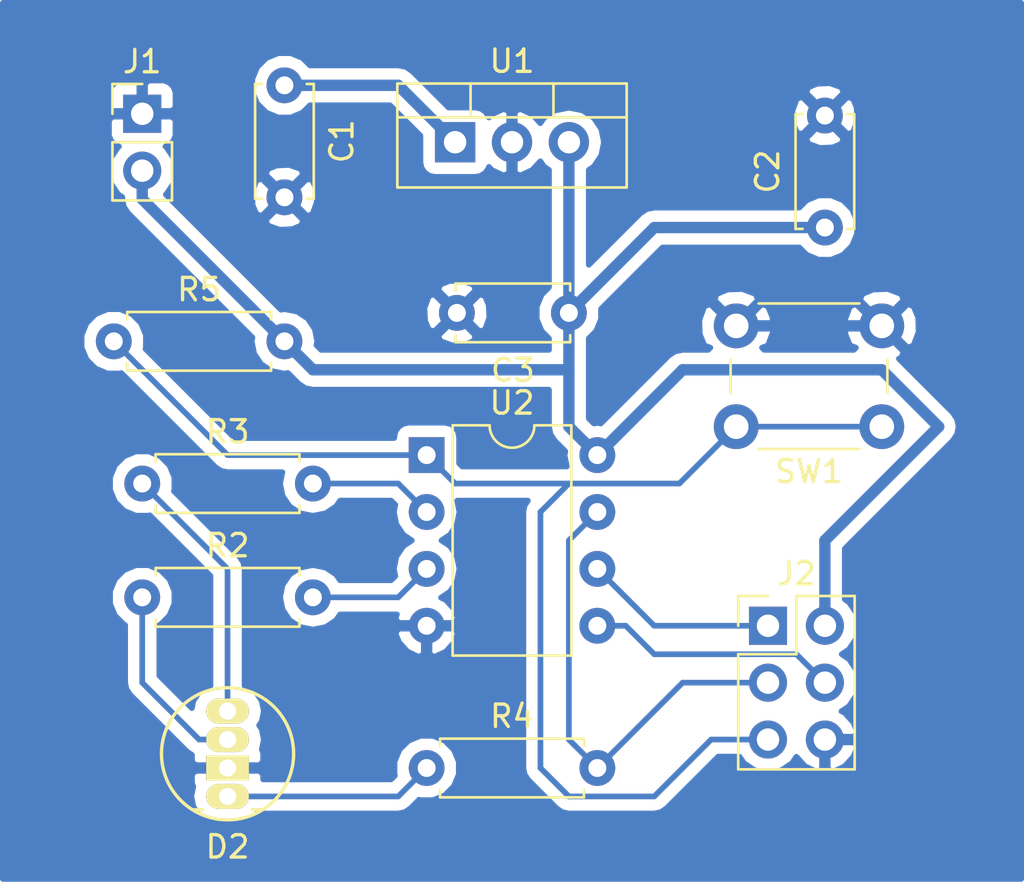
<source format=kicad_pcb>
(kicad_pcb (version 4) (host pcbnew 4.0.7)

  (general
    (links 29)
    (no_connects 0)
    (area 158.75 93.98 204.470001 133.350001)
    (thickness 1.6)
    (drawings 0)
    (tracks 53)
    (zones 0)
    (modules 13)
    (nets 13)
  )

  (page A4)
  (layers
    (0 F.Cu signal)
    (31 B.Cu signal)
    (33 F.Adhes user)
    (35 F.Paste user)
    (37 F.SilkS user)
    (39 F.Mask user)
    (40 Dwgs.User user)
    (41 Cmts.User user)
    (42 Eco1.User user)
    (43 Eco2.User user)
    (44 Edge.Cuts user)
    (45 Margin user)
    (47 F.CrtYd user)
    (49 F.Fab user)
  )

  (setup
    (last_trace_width 0.25)
    (trace_clearance 0.2)
    (zone_clearance 0.508)
    (zone_45_only no)
    (trace_min 0.2)
    (segment_width 0.2)
    (edge_width 0.15)
    (via_size 0.6)
    (via_drill 0.4)
    (via_min_size 0.4)
    (via_min_drill 0.3)
    (uvia_size 0.3)
    (uvia_drill 0.1)
    (uvias_allowed no)
    (uvia_min_size 0.2)
    (uvia_min_drill 0.1)
    (pcb_text_width 0.3)
    (pcb_text_size 1.5 1.5)
    (mod_edge_width 0.15)
    (mod_text_size 1 1)
    (mod_text_width 0.15)
    (pad_size 1.524 1.524)
    (pad_drill 0.762)
    (pad_to_mask_clearance 0.2)
    (aux_axis_origin 0 0)
    (visible_elements 7FFFFFFF)
    (pcbplotparams
      (layerselection 0x00020_80000001)
      (usegerberextensions false)
      (excludeedgelayer true)
      (linewidth 0.100000)
      (plotframeref false)
      (viasonmask false)
      (mode 1)
      (useauxorigin false)
      (hpglpennumber 1)
      (hpglpenspeed 20)
      (hpglpendiameter 15)
      (hpglpenoverlay 2)
      (psnegative false)
      (psa4output false)
      (plotreference true)
      (plotvalue true)
      (plotinvisibletext false)
      (padsonsilk false)
      (subtractmaskfromsilk false)
      (outputformat 1)
      (mirror false)
      (drillshape 0)
      (scaleselection 1)
      (outputdirectory placaPCB1))
  )

  (net 0 "")
  (net 1 VCC)
  (net 2 GND)
  (net 3 +5V)
  (net 4 "Net-(D2-Pad1)")
  (net 5 "Net-(D2-Pad3)")
  (net 6 "Net-(D2-Pad4)")
  (net 7 /MISO)
  (net 8 /SCK)
  (net 9 /MOSI)
  (net 10 /RST)
  (net 11 "Net-(R2-Pad2)")
  (net 12 "Net-(R3-Pad2)")

  (net_class Default "Esta é a classe de net default."
    (clearance 0.2)
    (trace_width 0.25)
    (via_dia 0.6)
    (via_drill 0.4)
    (uvia_dia 0.3)
    (uvia_drill 0.1)
  )

  (net_class Power ""
    (clearance 0.254)
    (trace_width 0.508)
    (via_dia 0.6)
    (via_drill 0.4)
    (uvia_dia 0.3)
    (uvia_drill 0.1)
    (add_net +5V)
    (add_net GND)
    (add_net VCC)
  )

  (net_class Signal ""
    (clearance 0.254)
    (trace_width 0.254)
    (via_dia 0.6)
    (via_drill 0.4)
    (uvia_dia 0.3)
    (uvia_drill 0.1)
    (add_net /MISO)
    (add_net /MOSI)
    (add_net /RST)
    (add_net /SCK)
    (add_net "Net-(D2-Pad1)")
    (add_net "Net-(D2-Pad3)")
    (add_net "Net-(D2-Pad4)")
    (add_net "Net-(R2-Pad2)")
    (add_net "Net-(R3-Pad2)")
  )

  (module Capacitors_THT:C_Disc_D5.0mm_W2.5mm_P5.00mm (layer F.Cu) (tedit 597BC7C2) (tstamp 5A02195E)
    (at 171.45 97.79 270)
    (descr "C, Disc series, Radial, pin pitch=5.00mm, , diameter*width=5*2.5mm^2, Capacitor, http://cdn-reichelt.de/documents/datenblatt/B300/DS_KERKO_TC.pdf")
    (tags "C Disc series Radial pin pitch 5.00mm  diameter 5mm width 2.5mm Capacitor")
    (path /5A02104C)
    (fp_text reference C1 (at 2.5 -2.56 270) (layer F.SilkS)
      (effects (font (size 1 1) (thickness 0.15)))
    )
    (fp_text value 330nF (at 2.5 2.56 270) (layer F.Fab)
      (effects (font (size 1 1) (thickness 0.15)))
    )
    (fp_line (start 0 -1.25) (end 0 1.25) (layer F.Fab) (width 0.1))
    (fp_line (start 0 1.25) (end 5 1.25) (layer F.Fab) (width 0.1))
    (fp_line (start 5 1.25) (end 5 -1.25) (layer F.Fab) (width 0.1))
    (fp_line (start 5 -1.25) (end 0 -1.25) (layer F.Fab) (width 0.1))
    (fp_line (start -0.06 -1.31) (end 5.06 -1.31) (layer F.SilkS) (width 0.12))
    (fp_line (start -0.06 1.31) (end 5.06 1.31) (layer F.SilkS) (width 0.12))
    (fp_line (start -0.06 -1.31) (end -0.06 -0.996) (layer F.SilkS) (width 0.12))
    (fp_line (start -0.06 0.996) (end -0.06 1.31) (layer F.SilkS) (width 0.12))
    (fp_line (start 5.06 -1.31) (end 5.06 -0.996) (layer F.SilkS) (width 0.12))
    (fp_line (start 5.06 0.996) (end 5.06 1.31) (layer F.SilkS) (width 0.12))
    (fp_line (start -1.05 -1.6) (end -1.05 1.6) (layer F.CrtYd) (width 0.05))
    (fp_line (start -1.05 1.6) (end 6.05 1.6) (layer F.CrtYd) (width 0.05))
    (fp_line (start 6.05 1.6) (end 6.05 -1.6) (layer F.CrtYd) (width 0.05))
    (fp_line (start 6.05 -1.6) (end -1.05 -1.6) (layer F.CrtYd) (width 0.05))
    (fp_text user %R (at 2.5 0 270) (layer F.Fab)
      (effects (font (size 1 1) (thickness 0.15)))
    )
    (pad 1 thru_hole circle (at 0 0 270) (size 1.6 1.6) (drill 0.8) (layers *.Cu *.Mask)
      (net 1 VCC))
    (pad 2 thru_hole circle (at 5 0 270) (size 1.6 1.6) (drill 0.8) (layers *.Cu *.Mask)
      (net 2 GND))
    (model ${KISYS3DMOD}/Capacitors_THT.3dshapes/C_Disc_D5.0mm_W2.5mm_P5.00mm.wrl
      (at (xyz 0 0 0))
      (scale (xyz 1 1 1))
      (rotate (xyz 0 0 0))
    )
  )

  (module Capacitors_THT:C_Disc_D5.0mm_W2.5mm_P5.00mm (layer F.Cu) (tedit 597BC7C2) (tstamp 5A021964)
    (at 195.58 104.14 90)
    (descr "C, Disc series, Radial, pin pitch=5.00mm, , diameter*width=5*2.5mm^2, Capacitor, http://cdn-reichelt.de/documents/datenblatt/B300/DS_KERKO_TC.pdf")
    (tags "C Disc series Radial pin pitch 5.00mm  diameter 5mm width 2.5mm Capacitor")
    (path /5A0211FF)
    (fp_text reference C2 (at 2.5 -2.56 90) (layer F.SilkS)
      (effects (font (size 1 1) (thickness 0.15)))
    )
    (fp_text value 100nF (at 2.5 2.56 90) (layer F.Fab)
      (effects (font (size 1 1) (thickness 0.15)))
    )
    (fp_line (start 0 -1.25) (end 0 1.25) (layer F.Fab) (width 0.1))
    (fp_line (start 0 1.25) (end 5 1.25) (layer F.Fab) (width 0.1))
    (fp_line (start 5 1.25) (end 5 -1.25) (layer F.Fab) (width 0.1))
    (fp_line (start 5 -1.25) (end 0 -1.25) (layer F.Fab) (width 0.1))
    (fp_line (start -0.06 -1.31) (end 5.06 -1.31) (layer F.SilkS) (width 0.12))
    (fp_line (start -0.06 1.31) (end 5.06 1.31) (layer F.SilkS) (width 0.12))
    (fp_line (start -0.06 -1.31) (end -0.06 -0.996) (layer F.SilkS) (width 0.12))
    (fp_line (start -0.06 0.996) (end -0.06 1.31) (layer F.SilkS) (width 0.12))
    (fp_line (start 5.06 -1.31) (end 5.06 -0.996) (layer F.SilkS) (width 0.12))
    (fp_line (start 5.06 0.996) (end 5.06 1.31) (layer F.SilkS) (width 0.12))
    (fp_line (start -1.05 -1.6) (end -1.05 1.6) (layer F.CrtYd) (width 0.05))
    (fp_line (start -1.05 1.6) (end 6.05 1.6) (layer F.CrtYd) (width 0.05))
    (fp_line (start 6.05 1.6) (end 6.05 -1.6) (layer F.CrtYd) (width 0.05))
    (fp_line (start 6.05 -1.6) (end -1.05 -1.6) (layer F.CrtYd) (width 0.05))
    (fp_text user %R (at 2.5 0 90) (layer F.Fab)
      (effects (font (size 1 1) (thickness 0.15)))
    )
    (pad 1 thru_hole circle (at 0 0 90) (size 1.6 1.6) (drill 0.8) (layers *.Cu *.Mask)
      (net 3 +5V))
    (pad 2 thru_hole circle (at 5 0 90) (size 1.6 1.6) (drill 0.8) (layers *.Cu *.Mask)
      (net 2 GND))
    (model ${KISYS3DMOD}/Capacitors_THT.3dshapes/C_Disc_D5.0mm_W2.5mm_P5.00mm.wrl
      (at (xyz 0 0 0))
      (scale (xyz 1 1 1))
      (rotate (xyz 0 0 0))
    )
  )

  (module Capacitors_THT:C_Disc_D5.0mm_W2.5mm_P5.00mm (layer F.Cu) (tedit 597BC7C2) (tstamp 5A02196A)
    (at 184.15 107.95 180)
    (descr "C, Disc series, Radial, pin pitch=5.00mm, , diameter*width=5*2.5mm^2, Capacitor, http://cdn-reichelt.de/documents/datenblatt/B300/DS_KERKO_TC.pdf")
    (tags "C Disc series Radial pin pitch 5.00mm  diameter 5mm width 2.5mm Capacitor")
    (path /5A021D8F)
    (fp_text reference C3 (at 2.5 -2.56 180) (layer F.SilkS)
      (effects (font (size 1 1) (thickness 0.15)))
    )
    (fp_text value 100nF (at 2.5 2.56 180) (layer F.Fab)
      (effects (font (size 1 1) (thickness 0.15)))
    )
    (fp_line (start 0 -1.25) (end 0 1.25) (layer F.Fab) (width 0.1))
    (fp_line (start 0 1.25) (end 5 1.25) (layer F.Fab) (width 0.1))
    (fp_line (start 5 1.25) (end 5 -1.25) (layer F.Fab) (width 0.1))
    (fp_line (start 5 -1.25) (end 0 -1.25) (layer F.Fab) (width 0.1))
    (fp_line (start -0.06 -1.31) (end 5.06 -1.31) (layer F.SilkS) (width 0.12))
    (fp_line (start -0.06 1.31) (end 5.06 1.31) (layer F.SilkS) (width 0.12))
    (fp_line (start -0.06 -1.31) (end -0.06 -0.996) (layer F.SilkS) (width 0.12))
    (fp_line (start -0.06 0.996) (end -0.06 1.31) (layer F.SilkS) (width 0.12))
    (fp_line (start 5.06 -1.31) (end 5.06 -0.996) (layer F.SilkS) (width 0.12))
    (fp_line (start 5.06 0.996) (end 5.06 1.31) (layer F.SilkS) (width 0.12))
    (fp_line (start -1.05 -1.6) (end -1.05 1.6) (layer F.CrtYd) (width 0.05))
    (fp_line (start -1.05 1.6) (end 6.05 1.6) (layer F.CrtYd) (width 0.05))
    (fp_line (start 6.05 1.6) (end 6.05 -1.6) (layer F.CrtYd) (width 0.05))
    (fp_line (start 6.05 -1.6) (end -1.05 -1.6) (layer F.CrtYd) (width 0.05))
    (fp_text user %R (at 2.5 0 180) (layer F.Fab)
      (effects (font (size 1 1) (thickness 0.15)))
    )
    (pad 1 thru_hole circle (at 0 0 180) (size 1.6 1.6) (drill 0.8) (layers *.Cu *.Mask)
      (net 3 +5V))
    (pad 2 thru_hole circle (at 5 0 180) (size 1.6 1.6) (drill 0.8) (layers *.Cu *.Mask)
      (net 2 GND))
    (model ${KISYS3DMOD}/Capacitors_THT.3dshapes/C_Disc_D5.0mm_W2.5mm_P5.00mm.wrl
      (at (xyz 0 0 0))
      (scale (xyz 1 1 1))
      (rotate (xyz 0 0 0))
    )
  )

  (module LED:LED-RGB-5MM_Common_Cathode (layer F.Cu) (tedit 55A0859C) (tstamp 5A021972)
    (at 168.91 129.54 180)
    (descr "5mm common cathode RGB LED")
    (tags "RGB LED 5mm Common Cathode")
    (path /5A00C94A)
    (fp_text reference D2 (at 0 -2.25 180) (layer F.SilkS)
      (effects (font (size 1 1) (thickness 0.15)))
    )
    (fp_text value LED_RCBG (at 0 6.25 180) (layer F.Fab)
      (effects (font (size 1 1) (thickness 0.15)))
    )
    (fp_circle (center 0 1.905) (end 3.2 1.905) (layer F.CrtYd) (width 0.05))
    (fp_line (start -1.1 -0.595) (end -1.55 -0.595) (layer F.SilkS) (width 0.15))
    (fp_circle (center 0 1.905) (end 2.95 1.905) (layer F.SilkS) (width 0.15))
    (fp_line (start 1.1 -0.595) (end 1.55 -0.595) (layer F.SilkS) (width 0.15))
    (pad 1 thru_hole oval (at 0 0 180) (size 1.905 1.1176) (drill 0.762) (layers *.Cu *.Mask F.SilkS)
      (net 4 "Net-(D2-Pad1)"))
    (pad 2 thru_hole rect (at 0 1.27 180) (size 1.905 1.1176) (drill 0.762) (layers *.Cu *.Mask F.SilkS)
      (net 2 GND))
    (pad 3 thru_hole oval (at 0 2.54 180) (size 1.905 1.1176) (drill 0.762) (layers *.Cu *.Mask F.SilkS)
      (net 5 "Net-(D2-Pad3)"))
    (pad 4 thru_hole oval (at 0 3.81 180) (size 1.905 1.1176) (drill 0.762) (layers *.Cu *.Mask F.SilkS)
      (net 6 "Net-(D2-Pad4)"))
  )

  (module Pin_Headers:Pin_Header_Straight_1x02_Pitch2.54mm (layer F.Cu) (tedit 59650532) (tstamp 5A021978)
    (at 165.1 99.06)
    (descr "Through hole straight pin header, 1x02, 2.54mm pitch, single row")
    (tags "Through hole pin header THT 1x02 2.54mm single row")
    (path /5A022484)
    (fp_text reference J1 (at 0 -2.33) (layer F.SilkS)
      (effects (font (size 1 1) (thickness 0.15)))
    )
    (fp_text value Conn_01x02 (at 0 4.87) (layer F.Fab)
      (effects (font (size 1 1) (thickness 0.15)))
    )
    (fp_line (start -0.635 -1.27) (end 1.27 -1.27) (layer F.Fab) (width 0.1))
    (fp_line (start 1.27 -1.27) (end 1.27 3.81) (layer F.Fab) (width 0.1))
    (fp_line (start 1.27 3.81) (end -1.27 3.81) (layer F.Fab) (width 0.1))
    (fp_line (start -1.27 3.81) (end -1.27 -0.635) (layer F.Fab) (width 0.1))
    (fp_line (start -1.27 -0.635) (end -0.635 -1.27) (layer F.Fab) (width 0.1))
    (fp_line (start -1.33 3.87) (end 1.33 3.87) (layer F.SilkS) (width 0.12))
    (fp_line (start -1.33 1.27) (end -1.33 3.87) (layer F.SilkS) (width 0.12))
    (fp_line (start 1.33 1.27) (end 1.33 3.87) (layer F.SilkS) (width 0.12))
    (fp_line (start -1.33 1.27) (end 1.33 1.27) (layer F.SilkS) (width 0.12))
    (fp_line (start -1.33 0) (end -1.33 -1.33) (layer F.SilkS) (width 0.12))
    (fp_line (start -1.33 -1.33) (end 0 -1.33) (layer F.SilkS) (width 0.12))
    (fp_line (start -1.8 -1.8) (end -1.8 4.35) (layer F.CrtYd) (width 0.05))
    (fp_line (start -1.8 4.35) (end 1.8 4.35) (layer F.CrtYd) (width 0.05))
    (fp_line (start 1.8 4.35) (end 1.8 -1.8) (layer F.CrtYd) (width 0.05))
    (fp_line (start 1.8 -1.8) (end -1.8 -1.8) (layer F.CrtYd) (width 0.05))
    (fp_text user %R (at 0 1.27 90) (layer F.Fab)
      (effects (font (size 1 1) (thickness 0.15)))
    )
    (pad 1 thru_hole rect (at 0 0) (size 1.7 1.7) (drill 1) (layers *.Cu *.Mask)
      (net 2 GND))
    (pad 2 thru_hole oval (at 0 2.54) (size 1.7 1.7) (drill 1) (layers *.Cu *.Mask)
      (net 3 +5V))
    (model ${KISYS3DMOD}/Pin_Headers.3dshapes/Pin_Header_Straight_1x02_Pitch2.54mm.wrl
      (at (xyz 0 0 0))
      (scale (xyz 1 1 1))
      (rotate (xyz 0 0 0))
    )
  )

  (module Pin_Headers:Pin_Header_Straight_2x03_Pitch2.54mm (layer F.Cu) (tedit 59650532) (tstamp 5A021982)
    (at 193.04 121.92)
    (descr "Through hole straight pin header, 2x03, 2.54mm pitch, double rows")
    (tags "Through hole pin header THT 2x03 2.54mm double row")
    (path /5A020E33)
    (fp_text reference J2 (at 1.27 -2.33) (layer F.SilkS)
      (effects (font (size 1 1) (thickness 0.15)))
    )
    (fp_text value Conn_02x03_Odd_Even (at 1.27 7.41) (layer F.Fab)
      (effects (font (size 1 1) (thickness 0.15)))
    )
    (fp_line (start 0 -1.27) (end 3.81 -1.27) (layer F.Fab) (width 0.1))
    (fp_line (start 3.81 -1.27) (end 3.81 6.35) (layer F.Fab) (width 0.1))
    (fp_line (start 3.81 6.35) (end -1.27 6.35) (layer F.Fab) (width 0.1))
    (fp_line (start -1.27 6.35) (end -1.27 0) (layer F.Fab) (width 0.1))
    (fp_line (start -1.27 0) (end 0 -1.27) (layer F.Fab) (width 0.1))
    (fp_line (start -1.33 6.41) (end 3.87 6.41) (layer F.SilkS) (width 0.12))
    (fp_line (start -1.33 1.27) (end -1.33 6.41) (layer F.SilkS) (width 0.12))
    (fp_line (start 3.87 -1.33) (end 3.87 6.41) (layer F.SilkS) (width 0.12))
    (fp_line (start -1.33 1.27) (end 1.27 1.27) (layer F.SilkS) (width 0.12))
    (fp_line (start 1.27 1.27) (end 1.27 -1.33) (layer F.SilkS) (width 0.12))
    (fp_line (start 1.27 -1.33) (end 3.87 -1.33) (layer F.SilkS) (width 0.12))
    (fp_line (start -1.33 0) (end -1.33 -1.33) (layer F.SilkS) (width 0.12))
    (fp_line (start -1.33 -1.33) (end 0 -1.33) (layer F.SilkS) (width 0.12))
    (fp_line (start -1.8 -1.8) (end -1.8 6.85) (layer F.CrtYd) (width 0.05))
    (fp_line (start -1.8 6.85) (end 4.35 6.85) (layer F.CrtYd) (width 0.05))
    (fp_line (start 4.35 6.85) (end 4.35 -1.8) (layer F.CrtYd) (width 0.05))
    (fp_line (start 4.35 -1.8) (end -1.8 -1.8) (layer F.CrtYd) (width 0.05))
    (fp_text user %R (at 1.27 2.54 90) (layer F.Fab)
      (effects (font (size 1 1) (thickness 0.15)))
    )
    (pad 1 thru_hole rect (at 0 0) (size 1.7 1.7) (drill 1) (layers *.Cu *.Mask)
      (net 7 /MISO))
    (pad 2 thru_hole oval (at 2.54 0) (size 1.7 1.7) (drill 1) (layers *.Cu *.Mask)
      (net 3 +5V))
    (pad 3 thru_hole oval (at 0 2.54) (size 1.7 1.7) (drill 1) (layers *.Cu *.Mask)
      (net 8 /SCK))
    (pad 4 thru_hole oval (at 2.54 2.54) (size 1.7 1.7) (drill 1) (layers *.Cu *.Mask)
      (net 9 /MOSI))
    (pad 5 thru_hole oval (at 0 5.08) (size 1.7 1.7) (drill 1) (layers *.Cu *.Mask)
      (net 10 /RST))
    (pad 6 thru_hole oval (at 2.54 5.08) (size 1.7 1.7) (drill 1) (layers *.Cu *.Mask)
      (net 2 GND))
    (model ${KISYS3DMOD}/Pin_Headers.3dshapes/Pin_Header_Straight_2x03_Pitch2.54mm.wrl
      (at (xyz 0 0 0))
      (scale (xyz 1 1 1))
      (rotate (xyz 0 0 0))
    )
  )

  (module Resistors_THT:R_Axial_DIN0207_L6.3mm_D2.5mm_P7.62mm_Horizontal (layer F.Cu) (tedit 5874F706) (tstamp 5A021988)
    (at 165.1 120.65)
    (descr "Resistor, Axial_DIN0207 series, Axial, Horizontal, pin pitch=7.62mm, 0.25W = 1/4W, length*diameter=6.3*2.5mm^2, http://cdn-reichelt.de/documents/datenblatt/B400/1_4W%23YAG.pdf")
    (tags "Resistor Axial_DIN0207 series Axial Horizontal pin pitch 7.62mm 0.25W = 1/4W length 6.3mm diameter 2.5mm")
    (path /5A00C810)
    (fp_text reference R2 (at 3.81 -2.31) (layer F.SilkS)
      (effects (font (size 1 1) (thickness 0.15)))
    )
    (fp_text value 150 (at 3.81 2.31) (layer F.Fab)
      (effects (font (size 1 1) (thickness 0.15)))
    )
    (fp_line (start 0.66 -1.25) (end 0.66 1.25) (layer F.Fab) (width 0.1))
    (fp_line (start 0.66 1.25) (end 6.96 1.25) (layer F.Fab) (width 0.1))
    (fp_line (start 6.96 1.25) (end 6.96 -1.25) (layer F.Fab) (width 0.1))
    (fp_line (start 6.96 -1.25) (end 0.66 -1.25) (layer F.Fab) (width 0.1))
    (fp_line (start 0 0) (end 0.66 0) (layer F.Fab) (width 0.1))
    (fp_line (start 7.62 0) (end 6.96 0) (layer F.Fab) (width 0.1))
    (fp_line (start 0.6 -0.98) (end 0.6 -1.31) (layer F.SilkS) (width 0.12))
    (fp_line (start 0.6 -1.31) (end 7.02 -1.31) (layer F.SilkS) (width 0.12))
    (fp_line (start 7.02 -1.31) (end 7.02 -0.98) (layer F.SilkS) (width 0.12))
    (fp_line (start 0.6 0.98) (end 0.6 1.31) (layer F.SilkS) (width 0.12))
    (fp_line (start 0.6 1.31) (end 7.02 1.31) (layer F.SilkS) (width 0.12))
    (fp_line (start 7.02 1.31) (end 7.02 0.98) (layer F.SilkS) (width 0.12))
    (fp_line (start -1.05 -1.6) (end -1.05 1.6) (layer F.CrtYd) (width 0.05))
    (fp_line (start -1.05 1.6) (end 8.7 1.6) (layer F.CrtYd) (width 0.05))
    (fp_line (start 8.7 1.6) (end 8.7 -1.6) (layer F.CrtYd) (width 0.05))
    (fp_line (start 8.7 -1.6) (end -1.05 -1.6) (layer F.CrtYd) (width 0.05))
    (pad 1 thru_hole circle (at 0 0) (size 1.6 1.6) (drill 0.8) (layers *.Cu *.Mask)
      (net 5 "Net-(D2-Pad3)"))
    (pad 2 thru_hole oval (at 7.62 0) (size 1.6 1.6) (drill 0.8) (layers *.Cu *.Mask)
      (net 11 "Net-(R2-Pad2)"))
    (model ${KISYS3DMOD}/Resistors_THT.3dshapes/R_Axial_DIN0207_L6.3mm_D2.5mm_P7.62mm_Horizontal.wrl
      (at (xyz 0 0 0))
      (scale (xyz 0.393701 0.393701 0.393701))
      (rotate (xyz 0 0 0))
    )
  )

  (module Resistors_THT:R_Axial_DIN0207_L6.3mm_D2.5mm_P7.62mm_Horizontal (layer F.Cu) (tedit 5874F706) (tstamp 5A02198E)
    (at 165.1 115.57)
    (descr "Resistor, Axial_DIN0207 series, Axial, Horizontal, pin pitch=7.62mm, 0.25W = 1/4W, length*diameter=6.3*2.5mm^2, http://cdn-reichelt.de/documents/datenblatt/B400/1_4W%23YAG.pdf")
    (tags "Resistor Axial_DIN0207 series Axial Horizontal pin pitch 7.62mm 0.25W = 1/4W length 6.3mm diameter 2.5mm")
    (path /5A00C884)
    (fp_text reference R3 (at 3.81 -2.31) (layer F.SilkS)
      (effects (font (size 1 1) (thickness 0.15)))
    )
    (fp_text value 150 (at 3.81 2.31) (layer F.Fab)
      (effects (font (size 1 1) (thickness 0.15)))
    )
    (fp_line (start 0.66 -1.25) (end 0.66 1.25) (layer F.Fab) (width 0.1))
    (fp_line (start 0.66 1.25) (end 6.96 1.25) (layer F.Fab) (width 0.1))
    (fp_line (start 6.96 1.25) (end 6.96 -1.25) (layer F.Fab) (width 0.1))
    (fp_line (start 6.96 -1.25) (end 0.66 -1.25) (layer F.Fab) (width 0.1))
    (fp_line (start 0 0) (end 0.66 0) (layer F.Fab) (width 0.1))
    (fp_line (start 7.62 0) (end 6.96 0) (layer F.Fab) (width 0.1))
    (fp_line (start 0.6 -0.98) (end 0.6 -1.31) (layer F.SilkS) (width 0.12))
    (fp_line (start 0.6 -1.31) (end 7.02 -1.31) (layer F.SilkS) (width 0.12))
    (fp_line (start 7.02 -1.31) (end 7.02 -0.98) (layer F.SilkS) (width 0.12))
    (fp_line (start 0.6 0.98) (end 0.6 1.31) (layer F.SilkS) (width 0.12))
    (fp_line (start 0.6 1.31) (end 7.02 1.31) (layer F.SilkS) (width 0.12))
    (fp_line (start 7.02 1.31) (end 7.02 0.98) (layer F.SilkS) (width 0.12))
    (fp_line (start -1.05 -1.6) (end -1.05 1.6) (layer F.CrtYd) (width 0.05))
    (fp_line (start -1.05 1.6) (end 8.7 1.6) (layer F.CrtYd) (width 0.05))
    (fp_line (start 8.7 1.6) (end 8.7 -1.6) (layer F.CrtYd) (width 0.05))
    (fp_line (start 8.7 -1.6) (end -1.05 -1.6) (layer F.CrtYd) (width 0.05))
    (pad 1 thru_hole circle (at 0 0) (size 1.6 1.6) (drill 0.8) (layers *.Cu *.Mask)
      (net 6 "Net-(D2-Pad4)"))
    (pad 2 thru_hole oval (at 7.62 0) (size 1.6 1.6) (drill 0.8) (layers *.Cu *.Mask)
      (net 12 "Net-(R3-Pad2)"))
    (model ${KISYS3DMOD}/Resistors_THT.3dshapes/R_Axial_DIN0207_L6.3mm_D2.5mm_P7.62mm_Horizontal.wrl
      (at (xyz 0 0 0))
      (scale (xyz 0.393701 0.393701 0.393701))
      (rotate (xyz 0 0 0))
    )
  )

  (module Resistors_THT:R_Axial_DIN0207_L6.3mm_D2.5mm_P7.62mm_Horizontal (layer F.Cu) (tedit 5874F706) (tstamp 5A021994)
    (at 177.8 128.27)
    (descr "Resistor, Axial_DIN0207 series, Axial, Horizontal, pin pitch=7.62mm, 0.25W = 1/4W, length*diameter=6.3*2.5mm^2, http://cdn-reichelt.de/documents/datenblatt/B400/1_4W%23YAG.pdf")
    (tags "Resistor Axial_DIN0207 series Axial Horizontal pin pitch 7.62mm 0.25W = 1/4W length 6.3mm diameter 2.5mm")
    (path /5A00C8D1)
    (fp_text reference R4 (at 3.81 -2.31) (layer F.SilkS)
      (effects (font (size 1 1) (thickness 0.15)))
    )
    (fp_text value 150 (at 3.81 2.31) (layer F.Fab)
      (effects (font (size 1 1) (thickness 0.15)))
    )
    (fp_line (start 0.66 -1.25) (end 0.66 1.25) (layer F.Fab) (width 0.1))
    (fp_line (start 0.66 1.25) (end 6.96 1.25) (layer F.Fab) (width 0.1))
    (fp_line (start 6.96 1.25) (end 6.96 -1.25) (layer F.Fab) (width 0.1))
    (fp_line (start 6.96 -1.25) (end 0.66 -1.25) (layer F.Fab) (width 0.1))
    (fp_line (start 0 0) (end 0.66 0) (layer F.Fab) (width 0.1))
    (fp_line (start 7.62 0) (end 6.96 0) (layer F.Fab) (width 0.1))
    (fp_line (start 0.6 -0.98) (end 0.6 -1.31) (layer F.SilkS) (width 0.12))
    (fp_line (start 0.6 -1.31) (end 7.02 -1.31) (layer F.SilkS) (width 0.12))
    (fp_line (start 7.02 -1.31) (end 7.02 -0.98) (layer F.SilkS) (width 0.12))
    (fp_line (start 0.6 0.98) (end 0.6 1.31) (layer F.SilkS) (width 0.12))
    (fp_line (start 0.6 1.31) (end 7.02 1.31) (layer F.SilkS) (width 0.12))
    (fp_line (start 7.02 1.31) (end 7.02 0.98) (layer F.SilkS) (width 0.12))
    (fp_line (start -1.05 -1.6) (end -1.05 1.6) (layer F.CrtYd) (width 0.05))
    (fp_line (start -1.05 1.6) (end 8.7 1.6) (layer F.CrtYd) (width 0.05))
    (fp_line (start 8.7 1.6) (end 8.7 -1.6) (layer F.CrtYd) (width 0.05))
    (fp_line (start 8.7 -1.6) (end -1.05 -1.6) (layer F.CrtYd) (width 0.05))
    (pad 1 thru_hole circle (at 0 0) (size 1.6 1.6) (drill 0.8) (layers *.Cu *.Mask)
      (net 4 "Net-(D2-Pad1)"))
    (pad 2 thru_hole oval (at 7.62 0) (size 1.6 1.6) (drill 0.8) (layers *.Cu *.Mask)
      (net 8 /SCK))
    (model ${KISYS3DMOD}/Resistors_THT.3dshapes/R_Axial_DIN0207_L6.3mm_D2.5mm_P7.62mm_Horizontal.wrl
      (at (xyz 0 0 0))
      (scale (xyz 0.393701 0.393701 0.393701))
      (rotate (xyz 0 0 0))
    )
  )

  (module Resistors_THT:R_Axial_DIN0207_L6.3mm_D2.5mm_P7.62mm_Horizontal (layer F.Cu) (tedit 5874F706) (tstamp 5A02199A)
    (at 163.83 109.22)
    (descr "Resistor, Axial_DIN0207 series, Axial, Horizontal, pin pitch=7.62mm, 0.25W = 1/4W, length*diameter=6.3*2.5mm^2, http://cdn-reichelt.de/documents/datenblatt/B400/1_4W%23YAG.pdf")
    (tags "Resistor Axial_DIN0207 series Axial Horizontal pin pitch 7.62mm 0.25W = 1/4W length 6.3mm diameter 2.5mm")
    (path /5A0219F5)
    (fp_text reference R5 (at 3.81 -2.31) (layer F.SilkS)
      (effects (font (size 1 1) (thickness 0.15)))
    )
    (fp_text value 150 (at 3.81 2.31) (layer F.Fab)
      (effects (font (size 1 1) (thickness 0.15)))
    )
    (fp_line (start 0.66 -1.25) (end 0.66 1.25) (layer F.Fab) (width 0.1))
    (fp_line (start 0.66 1.25) (end 6.96 1.25) (layer F.Fab) (width 0.1))
    (fp_line (start 6.96 1.25) (end 6.96 -1.25) (layer F.Fab) (width 0.1))
    (fp_line (start 6.96 -1.25) (end 0.66 -1.25) (layer F.Fab) (width 0.1))
    (fp_line (start 0 0) (end 0.66 0) (layer F.Fab) (width 0.1))
    (fp_line (start 7.62 0) (end 6.96 0) (layer F.Fab) (width 0.1))
    (fp_line (start 0.6 -0.98) (end 0.6 -1.31) (layer F.SilkS) (width 0.12))
    (fp_line (start 0.6 -1.31) (end 7.02 -1.31) (layer F.SilkS) (width 0.12))
    (fp_line (start 7.02 -1.31) (end 7.02 -0.98) (layer F.SilkS) (width 0.12))
    (fp_line (start 0.6 0.98) (end 0.6 1.31) (layer F.SilkS) (width 0.12))
    (fp_line (start 0.6 1.31) (end 7.02 1.31) (layer F.SilkS) (width 0.12))
    (fp_line (start 7.02 1.31) (end 7.02 0.98) (layer F.SilkS) (width 0.12))
    (fp_line (start -1.05 -1.6) (end -1.05 1.6) (layer F.CrtYd) (width 0.05))
    (fp_line (start -1.05 1.6) (end 8.7 1.6) (layer F.CrtYd) (width 0.05))
    (fp_line (start 8.7 1.6) (end 8.7 -1.6) (layer F.CrtYd) (width 0.05))
    (fp_line (start 8.7 -1.6) (end -1.05 -1.6) (layer F.CrtYd) (width 0.05))
    (pad 1 thru_hole circle (at 0 0) (size 1.6 1.6) (drill 0.8) (layers *.Cu *.Mask)
      (net 10 /RST))
    (pad 2 thru_hole oval (at 7.62 0) (size 1.6 1.6) (drill 0.8) (layers *.Cu *.Mask)
      (net 3 +5V))
    (model ${KISYS3DMOD}/Resistors_THT.3dshapes/R_Axial_DIN0207_L6.3mm_D2.5mm_P7.62mm_Horizontal.wrl
      (at (xyz 0 0 0))
      (scale (xyz 0.393701 0.393701 0.393701))
      (rotate (xyz 0 0 0))
    )
  )

  (module Buttons_Switches_THT:SW_PUSH_6mm (layer F.Cu) (tedit 5923F252) (tstamp 5A0219A2)
    (at 198.12 113.03 180)
    (descr https://www.omron.com/ecb/products/pdf/en-b3f.pdf)
    (tags "tact sw push 6mm")
    (path /5A021C7F)
    (fp_text reference SW1 (at 3.25 -2 180) (layer F.SilkS)
      (effects (font (size 1 1) (thickness 0.15)))
    )
    (fp_text value SW_Push (at 3.75 6.7 180) (layer F.Fab)
      (effects (font (size 1 1) (thickness 0.15)))
    )
    (fp_text user %R (at 3.25 2.25 180) (layer F.Fab)
      (effects (font (size 1 1) (thickness 0.15)))
    )
    (fp_line (start 3.25 -0.75) (end 6.25 -0.75) (layer F.Fab) (width 0.1))
    (fp_line (start 6.25 -0.75) (end 6.25 5.25) (layer F.Fab) (width 0.1))
    (fp_line (start 6.25 5.25) (end 0.25 5.25) (layer F.Fab) (width 0.1))
    (fp_line (start 0.25 5.25) (end 0.25 -0.75) (layer F.Fab) (width 0.1))
    (fp_line (start 0.25 -0.75) (end 3.25 -0.75) (layer F.Fab) (width 0.1))
    (fp_line (start 7.75 6) (end 8 6) (layer F.CrtYd) (width 0.05))
    (fp_line (start 8 6) (end 8 5.75) (layer F.CrtYd) (width 0.05))
    (fp_line (start 7.75 -1.5) (end 8 -1.5) (layer F.CrtYd) (width 0.05))
    (fp_line (start 8 -1.5) (end 8 -1.25) (layer F.CrtYd) (width 0.05))
    (fp_line (start -1.5 -1.25) (end -1.5 -1.5) (layer F.CrtYd) (width 0.05))
    (fp_line (start -1.5 -1.5) (end -1.25 -1.5) (layer F.CrtYd) (width 0.05))
    (fp_line (start -1.5 5.75) (end -1.5 6) (layer F.CrtYd) (width 0.05))
    (fp_line (start -1.5 6) (end -1.25 6) (layer F.CrtYd) (width 0.05))
    (fp_line (start -1.25 -1.5) (end 7.75 -1.5) (layer F.CrtYd) (width 0.05))
    (fp_line (start -1.5 5.75) (end -1.5 -1.25) (layer F.CrtYd) (width 0.05))
    (fp_line (start 7.75 6) (end -1.25 6) (layer F.CrtYd) (width 0.05))
    (fp_line (start 8 -1.25) (end 8 5.75) (layer F.CrtYd) (width 0.05))
    (fp_line (start 1 5.5) (end 5.5 5.5) (layer F.SilkS) (width 0.12))
    (fp_line (start -0.25 1.5) (end -0.25 3) (layer F.SilkS) (width 0.12))
    (fp_line (start 5.5 -1) (end 1 -1) (layer F.SilkS) (width 0.12))
    (fp_line (start 6.75 3) (end 6.75 1.5) (layer F.SilkS) (width 0.12))
    (fp_circle (center 3.25 2.25) (end 1.25 2.5) (layer F.Fab) (width 0.1))
    (pad 2 thru_hole circle (at 0 4.5 270) (size 2 2) (drill 1.1) (layers *.Cu *.Mask)
      (net 2 GND))
    (pad 1 thru_hole circle (at 0 0 270) (size 2 2) (drill 1.1) (layers *.Cu *.Mask)
      (net 10 /RST))
    (pad 2 thru_hole circle (at 6.5 4.5 270) (size 2 2) (drill 1.1) (layers *.Cu *.Mask)
      (net 2 GND))
    (pad 1 thru_hole circle (at 6.5 0 270) (size 2 2) (drill 1.1) (layers *.Cu *.Mask)
      (net 10 /RST))
    (model ${KISYS3DMOD}/Buttons_Switches_THT.3dshapes/SW_PUSH_6mm.wrl
      (at (xyz 0.005 0 0))
      (scale (xyz 0.3937 0.3937 0.3937))
      (rotate (xyz 0 0 0))
    )
  )

  (module TO_SOT_Packages_THT:TO-220-3_Vertical (layer F.Cu) (tedit 58CE52AD) (tstamp 5A0219A9)
    (at 179.07 100.33)
    (descr "TO-220-3, Vertical, RM 2.54mm")
    (tags "TO-220-3 Vertical RM 2.54mm")
    (path /5A020F8A)
    (fp_text reference U1 (at 2.54 -3.62) (layer F.SilkS)
      (effects (font (size 1 1) (thickness 0.15)))
    )
    (fp_text value L7805 (at 2.54 3.92) (layer F.Fab)
      (effects (font (size 1 1) (thickness 0.15)))
    )
    (fp_text user %R (at 2.54 -3.62) (layer F.Fab)
      (effects (font (size 1 1) (thickness 0.15)))
    )
    (fp_line (start -2.46 -2.5) (end -2.46 1.9) (layer F.Fab) (width 0.1))
    (fp_line (start -2.46 1.9) (end 7.54 1.9) (layer F.Fab) (width 0.1))
    (fp_line (start 7.54 1.9) (end 7.54 -2.5) (layer F.Fab) (width 0.1))
    (fp_line (start 7.54 -2.5) (end -2.46 -2.5) (layer F.Fab) (width 0.1))
    (fp_line (start -2.46 -1.23) (end 7.54 -1.23) (layer F.Fab) (width 0.1))
    (fp_line (start 0.69 -2.5) (end 0.69 -1.23) (layer F.Fab) (width 0.1))
    (fp_line (start 4.39 -2.5) (end 4.39 -1.23) (layer F.Fab) (width 0.1))
    (fp_line (start -2.58 -2.62) (end 7.66 -2.62) (layer F.SilkS) (width 0.12))
    (fp_line (start -2.58 2.021) (end 7.66 2.021) (layer F.SilkS) (width 0.12))
    (fp_line (start -2.58 -2.62) (end -2.58 2.021) (layer F.SilkS) (width 0.12))
    (fp_line (start 7.66 -2.62) (end 7.66 2.021) (layer F.SilkS) (width 0.12))
    (fp_line (start -2.58 -1.11) (end 7.66 -1.11) (layer F.SilkS) (width 0.12))
    (fp_line (start 0.69 -2.62) (end 0.69 -1.11) (layer F.SilkS) (width 0.12))
    (fp_line (start 4.391 -2.62) (end 4.391 -1.11) (layer F.SilkS) (width 0.12))
    (fp_line (start -2.71 -2.75) (end -2.71 2.16) (layer F.CrtYd) (width 0.05))
    (fp_line (start -2.71 2.16) (end 7.79 2.16) (layer F.CrtYd) (width 0.05))
    (fp_line (start 7.79 2.16) (end 7.79 -2.75) (layer F.CrtYd) (width 0.05))
    (fp_line (start 7.79 -2.75) (end -2.71 -2.75) (layer F.CrtYd) (width 0.05))
    (pad 1 thru_hole rect (at 0 0) (size 1.8 1.8) (drill 1) (layers *.Cu *.Mask)
      (net 1 VCC))
    (pad 2 thru_hole oval (at 2.54 0) (size 1.8 1.8) (drill 1) (layers *.Cu *.Mask)
      (net 2 GND))
    (pad 3 thru_hole oval (at 5.08 0) (size 1.8 1.8) (drill 1) (layers *.Cu *.Mask)
      (net 3 +5V))
    (model ${KISYS3DMOD}/TO_SOT_Packages_THT.3dshapes/TO-220-3_Vertical.wrl
      (at (xyz 0.1 0 0))
      (scale (xyz 0.393701 0.393701 0.393701))
      (rotate (xyz 0 0 0))
    )
  )

  (module Housings_DIP:DIP-8_W7.62mm (layer F.Cu) (tedit 59C78D6B) (tstamp 5A0219B5)
    (at 177.8 114.3)
    (descr "8-lead though-hole mounted DIP package, row spacing 7.62 mm (300 mils)")
    (tags "THT DIP DIL PDIP 2.54mm 7.62mm 300mil")
    (path /5A020D71)
    (fp_text reference U2 (at 3.81 -2.33) (layer F.SilkS)
      (effects (font (size 1 1) (thickness 0.15)))
    )
    (fp_text value ATTINY85-20PU (at 3.81 9.95) (layer F.Fab)
      (effects (font (size 1 1) (thickness 0.15)))
    )
    (fp_arc (start 3.81 -1.33) (end 2.81 -1.33) (angle -180) (layer F.SilkS) (width 0.12))
    (fp_line (start 1.635 -1.27) (end 6.985 -1.27) (layer F.Fab) (width 0.1))
    (fp_line (start 6.985 -1.27) (end 6.985 8.89) (layer F.Fab) (width 0.1))
    (fp_line (start 6.985 8.89) (end 0.635 8.89) (layer F.Fab) (width 0.1))
    (fp_line (start 0.635 8.89) (end 0.635 -0.27) (layer F.Fab) (width 0.1))
    (fp_line (start 0.635 -0.27) (end 1.635 -1.27) (layer F.Fab) (width 0.1))
    (fp_line (start 2.81 -1.33) (end 1.16 -1.33) (layer F.SilkS) (width 0.12))
    (fp_line (start 1.16 -1.33) (end 1.16 8.95) (layer F.SilkS) (width 0.12))
    (fp_line (start 1.16 8.95) (end 6.46 8.95) (layer F.SilkS) (width 0.12))
    (fp_line (start 6.46 8.95) (end 6.46 -1.33) (layer F.SilkS) (width 0.12))
    (fp_line (start 6.46 -1.33) (end 4.81 -1.33) (layer F.SilkS) (width 0.12))
    (fp_line (start -1.1 -1.55) (end -1.1 9.15) (layer F.CrtYd) (width 0.05))
    (fp_line (start -1.1 9.15) (end 8.7 9.15) (layer F.CrtYd) (width 0.05))
    (fp_line (start 8.7 9.15) (end 8.7 -1.55) (layer F.CrtYd) (width 0.05))
    (fp_line (start 8.7 -1.55) (end -1.1 -1.55) (layer F.CrtYd) (width 0.05))
    (fp_text user %R (at 3.81 3.81) (layer F.Fab)
      (effects (font (size 1 1) (thickness 0.15)))
    )
    (pad 1 thru_hole rect (at 0 0) (size 1.6 1.6) (drill 0.8) (layers *.Cu *.Mask)
      (net 10 /RST))
    (pad 5 thru_hole oval (at 7.62 7.62) (size 1.6 1.6) (drill 0.8) (layers *.Cu *.Mask)
      (net 9 /MOSI))
    (pad 2 thru_hole oval (at 0 2.54) (size 1.6 1.6) (drill 0.8) (layers *.Cu *.Mask)
      (net 12 "Net-(R3-Pad2)"))
    (pad 6 thru_hole oval (at 7.62 5.08) (size 1.6 1.6) (drill 0.8) (layers *.Cu *.Mask)
      (net 7 /MISO))
    (pad 3 thru_hole oval (at 0 5.08) (size 1.6 1.6) (drill 0.8) (layers *.Cu *.Mask)
      (net 11 "Net-(R2-Pad2)"))
    (pad 7 thru_hole oval (at 7.62 2.54) (size 1.6 1.6) (drill 0.8) (layers *.Cu *.Mask)
      (net 8 /SCK))
    (pad 4 thru_hole oval (at 0 7.62) (size 1.6 1.6) (drill 0.8) (layers *.Cu *.Mask)
      (net 2 GND))
    (pad 8 thru_hole oval (at 7.62 0) (size 1.6 1.6) (drill 0.8) (layers *.Cu *.Mask)
      (net 3 +5V))
    (model ${KISYS3DMOD}/Housings_DIP.3dshapes/DIP-8_W7.62mm.wrl
      (at (xyz 0 0 0))
      (scale (xyz 1 1 1))
      (rotate (xyz 0 0 0))
    )
  )

  (segment (start 171.45 97.79) (end 176.53 97.79) (width 0.508) (layer B.Cu) (net 1))
  (segment (start 176.53 97.79) (end 179.07 100.33) (width 0.508) (layer B.Cu) (net 1) (tstamp 5A034BE3))
  (segment (start 191.62 108.53) (end 198.12 108.53) (width 0.508) (layer B.Cu) (net 2))
  (segment (start 195.58 121.92) (end 195.58 118.11) (width 0.508) (layer B.Cu) (net 3) (status 400000))
  (segment (start 189.23 110.49) (end 185.42 114.3) (width 0.508) (layer B.Cu) (net 3) (tstamp 5A034D7F) (status 800000))
  (segment (start 198.12 110.49) (end 189.23 110.49) (width 0.508) (layer B.Cu) (net 3) (tstamp 5A034D7D))
  (segment (start 200.66 113.03) (end 198.12 110.49) (width 0.508) (layer B.Cu) (net 3) (tstamp 5A034D7B))
  (segment (start 195.58 118.11) (end 200.66 113.03) (width 0.508) (layer B.Cu) (net 3) (tstamp 5A034D79))
  (segment (start 184.15 110.49) (end 172.72 110.49) (width 0.508) (layer B.Cu) (net 3))
  (segment (start 172.72 110.49) (end 171.45 109.22) (width 0.508) (layer B.Cu) (net 3) (tstamp 5A034CBA))
  (segment (start 184.15 107.95) (end 184.15 110.49) (width 0.508) (layer B.Cu) (net 3))
  (segment (start 184.15 110.49) (end 184.15 113.03) (width 0.508) (layer B.Cu) (net 3) (tstamp 5A034CB8))
  (segment (start 184.15 113.03) (end 185.42 114.3) (width 0.508) (layer B.Cu) (net 3) (tstamp 5A034C88))
  (segment (start 184.15 100.33) (end 184.15 107.95) (width 0.508) (layer B.Cu) (net 3))
  (segment (start 195.58 104.14) (end 187.96 104.14) (width 0.508) (layer B.Cu) (net 3))
  (segment (start 187.96 104.14) (end 184.15 107.95) (width 0.508) (layer B.Cu) (net 3) (tstamp 5A034C05))
  (segment (start 165.1 101.6) (end 165.1 102.87) (width 0.508) (layer B.Cu) (net 3))
  (segment (start 165.1 102.87) (end 171.45 109.22) (width 0.508) (layer B.Cu) (net 3) (tstamp 5A034BD9))
  (segment (start 168.91 129.54) (end 176.53 129.54) (width 0.254) (layer B.Cu) (net 4))
  (segment (start 176.53 129.54) (end 177.8 128.27) (width 0.254) (layer B.Cu) (net 4) (tstamp 5A034C16))
  (segment (start 168.91 127) (end 167.64 127) (width 0.254) (layer B.Cu) (net 5))
  (segment (start 165.1 124.46) (end 165.1 120.65) (width 0.254) (layer B.Cu) (net 5) (tstamp 5A034C12))
  (segment (start 167.64 127) (end 165.1 124.46) (width 0.254) (layer B.Cu) (net 5) (tstamp 5A034C10))
  (segment (start 168.91 125.73) (end 168.91 119.38) (width 0.254) (layer B.Cu) (net 6))
  (segment (start 168.91 119.38) (end 165.1 115.57) (width 0.254) (layer B.Cu) (net 6) (tstamp 5A034BFE))
  (segment (start 193.04 121.92) (end 187.96 121.92) (width 0.254) (layer B.Cu) (net 7))
  (segment (start 187.96 121.92) (end 185.42 119.38) (width 0.254) (layer B.Cu) (net 7) (tstamp 5A034C20))
  (segment (start 193.04 124.46) (end 189.23 124.46) (width 0.254) (layer B.Cu) (net 8))
  (segment (start 189.23 124.46) (end 185.42 128.27) (width 0.254) (layer B.Cu) (net 8) (tstamp 5A034C9F))
  (segment (start 185.42 116.84) (end 184.15 118.11) (width 0.254) (layer B.Cu) (net 8))
  (segment (start 184.15 127) (end 185.42 128.27) (width 0.254) (layer B.Cu) (net 8) (tstamp 5A034C9A))
  (segment (start 184.15 118.11) (end 184.15 127) (width 0.254) (layer B.Cu) (net 8) (tstamp 5A034C99))
  (segment (start 195.58 124.46) (end 194.31 123.19) (width 0.254) (layer B.Cu) (net 9))
  (segment (start 186.69 121.92) (end 185.42 121.92) (width 0.254) (layer B.Cu) (net 9) (tstamp 5A034C26))
  (segment (start 187.96 123.19) (end 186.69 121.92) (width 0.254) (layer B.Cu) (net 9) (tstamp 5A034C25))
  (segment (start 194.31 123.19) (end 187.96 123.19) (width 0.254) (layer B.Cu) (net 9) (tstamp 5A034C24))
  (segment (start 191.62 113.03) (end 198.12 113.03) (width 0.254) (layer B.Cu) (net 10))
  (segment (start 184.15 115.57) (end 179.07 115.57) (width 0.254) (layer B.Cu) (net 10))
  (segment (start 179.07 115.57) (end 177.8 114.3) (width 0.254) (layer B.Cu) (net 10) (tstamp 5A034CB3))
  (segment (start 193.04 127) (end 190.5 127) (width 0.254) (layer B.Cu) (net 10))
  (segment (start 189.08 115.57) (end 191.62 113.03) (width 0.254) (layer B.Cu) (net 10) (tstamp 5A034CAF))
  (segment (start 184.15 115.57) (end 189.08 115.57) (width 0.254) (layer B.Cu) (net 10) (tstamp 5A034CAD))
  (segment (start 182.88 116.84) (end 184.15 115.57) (width 0.254) (layer B.Cu) (net 10) (tstamp 5A034CAB))
  (segment (start 182.88 128.27) (end 182.88 116.84) (width 0.254) (layer B.Cu) (net 10) (tstamp 5A034CA9))
  (segment (start 184.15 129.54) (end 182.88 128.27) (width 0.254) (layer B.Cu) (net 10) (tstamp 5A034CA7))
  (segment (start 187.96 129.54) (end 184.15 129.54) (width 0.254) (layer B.Cu) (net 10) (tstamp 5A034CA5))
  (segment (start 190.5 127) (end 187.96 129.54) (width 0.254) (layer B.Cu) (net 10) (tstamp 5A034CA3))
  (segment (start 177.8 114.3) (end 168.91 114.3) (width 0.254) (layer B.Cu) (net 10))
  (segment (start 168.91 114.3) (end 163.83 109.22) (width 0.254) (layer B.Cu) (net 10) (tstamp 5A034BEB))
  (segment (start 172.72 120.65) (end 176.53 120.65) (width 0.254) (layer B.Cu) (net 11))
  (segment (start 176.53 120.65) (end 177.8 119.38) (width 0.254) (layer B.Cu) (net 11) (tstamp 5A034C0B))
  (segment (start 172.72 115.57) (end 176.53 115.57) (width 0.254) (layer B.Cu) (net 12))
  (segment (start 176.53 115.57) (end 177.8 116.84) (width 0.254) (layer B.Cu) (net 12) (tstamp 5A034BEF))

  (zone (net 2) (net_name GND) (layer B.Cu) (tstamp 5A034DAB) (hatch edge 0.508)
    (connect_pads (clearance 0.508))
    (min_thickness 0.254)
    (fill yes (arc_segments 16) (thermal_gap 0.508) (thermal_bridge_width 0.508))
    (polygon
      (pts
        (xy 204.47 133.35) (xy 158.75 133.35) (xy 158.75 93.98) (xy 204.47 93.98)
      )
    )
    (filled_polygon
      (pts
        (xy 204.343 133.223) (xy 158.877 133.223) (xy 158.877 129.54) (xy 167.291399 129.54) (xy 167.382272 129.996847)
        (xy 167.641055 130.384144) (xy 168.028352 130.642927) (xy 168.485199 130.7338) (xy 169.334801 130.7338) (xy 169.791648 130.642927)
        (xy 170.178945 130.384144) (xy 170.233832 130.302) (xy 176.53 130.302) (xy 176.821605 130.243996) (xy 177.068815 130.078815)
        (xy 177.463544 129.684086) (xy 177.513309 129.70475) (xy 178.084187 129.705248) (xy 178.6118 129.487243) (xy 179.015824 129.083923)
        (xy 179.23475 128.556691) (xy 179.235248 127.985813) (xy 179.017243 127.4582) (xy 178.613923 127.054176) (xy 178.086691 126.83525)
        (xy 177.515813 126.834752) (xy 176.9882 127.052757) (xy 176.584176 127.456077) (xy 176.36525 127.983309) (xy 176.364752 128.554187)
        (xy 176.386222 128.606148) (xy 176.21437 128.778) (xy 170.4975 128.778) (xy 170.4975 128.55575) (xy 170.33875 128.397)
        (xy 169.590188 128.397) (xy 169.334801 128.3462) (xy 168.485199 128.3462) (xy 168.229812 128.397) (xy 167.48125 128.397)
        (xy 167.3225 128.55575) (xy 167.3225 128.95511) (xy 167.380087 129.094137) (xy 167.291399 129.54) (xy 158.877 129.54)
        (xy 158.877 115.854187) (xy 163.664752 115.854187) (xy 163.882757 116.3818) (xy 164.286077 116.785824) (xy 164.813309 117.00475)
        (xy 165.384187 117.005248) (xy 165.436148 116.983778) (xy 168.148 119.695631) (xy 168.148 124.603273) (xy 168.028352 124.627073)
        (xy 167.641055 124.885856) (xy 167.382272 125.273153) (xy 167.31732 125.599689) (xy 165.862 124.14437) (xy 165.862 121.88782)
        (xy 165.9118 121.867243) (xy 166.315824 121.463923) (xy 166.53475 120.936691) (xy 166.535248 120.365813) (xy 166.317243 119.8382)
        (xy 165.913923 119.434176) (xy 165.386691 119.21525) (xy 164.815813 119.214752) (xy 164.2882 119.432757) (xy 163.884176 119.836077)
        (xy 163.66525 120.363309) (xy 163.664752 120.934187) (xy 163.882757 121.4618) (xy 164.286077 121.865824) (xy 164.338 121.887384)
        (xy 164.338 124.46) (xy 164.396004 124.751605) (xy 164.485708 124.885856) (xy 164.561185 124.998815) (xy 167.101184 127.538815)
        (xy 167.3225 127.686694) (xy 167.3225 127.98425) (xy 167.48125 128.143) (xy 168.229812 128.143) (xy 168.485199 128.1938)
        (xy 169.334801 128.1938) (xy 169.590188 128.143) (xy 170.33875 128.143) (xy 170.4975 127.98425) (xy 170.4975 127.58489)
        (xy 170.439913 127.445863) (xy 170.528601 127) (xy 170.437728 126.543153) (xy 170.31869 126.365) (xy 170.437728 126.186847)
        (xy 170.528601 125.73) (xy 170.437728 125.273153) (xy 170.178945 124.885856) (xy 169.791648 124.627073) (xy 169.672 124.603273)
        (xy 169.672 122.269039) (xy 176.408096 122.269039) (xy 176.568959 122.657423) (xy 176.944866 123.072389) (xy 177.450959 123.311914)
        (xy 177.673 123.190629) (xy 177.673 122.047) (xy 177.927 122.047) (xy 177.927 123.190629) (xy 178.149041 123.311914)
        (xy 178.655134 123.072389) (xy 179.031041 122.657423) (xy 179.191904 122.269039) (xy 179.069915 122.047) (xy 177.927 122.047)
        (xy 177.673 122.047) (xy 176.530085 122.047) (xy 176.408096 122.269039) (xy 169.672 122.269039) (xy 169.672 119.38)
        (xy 169.613996 119.088395) (xy 169.547834 118.989377) (xy 169.448816 118.841185) (xy 166.514086 115.906456) (xy 166.53475 115.856691)
        (xy 166.535248 115.285813) (xy 166.317243 114.7582) (xy 165.913923 114.354176) (xy 165.386691 114.13525) (xy 164.815813 114.134752)
        (xy 164.2882 114.352757) (xy 163.884176 114.756077) (xy 163.66525 115.283309) (xy 163.664752 115.854187) (xy 158.877 115.854187)
        (xy 158.877 109.504187) (xy 162.394752 109.504187) (xy 162.612757 110.0318) (xy 163.016077 110.435824) (xy 163.543309 110.65475)
        (xy 164.114187 110.655248) (xy 164.166148 110.633778) (xy 168.371185 114.838815) (xy 168.618395 115.003996) (xy 168.91 115.062)
        (xy 171.357935 115.062) (xy 171.256887 115.57) (xy 171.36612 116.119151) (xy 171.677189 116.584698) (xy 172.142736 116.895767)
        (xy 172.691887 117.005) (xy 172.748113 117.005) (xy 173.297264 116.895767) (xy 173.762811 116.584698) (xy 173.931659 116.332)
        (xy 176.21437 116.332) (xy 176.400843 116.518473) (xy 176.336887 116.84) (xy 176.44612 117.389151) (xy 176.757189 117.854698)
        (xy 177.139275 118.11) (xy 176.757189 118.365302) (xy 176.44612 118.830849) (xy 176.336887 119.38) (xy 176.400843 119.701527)
        (xy 176.21437 119.888) (xy 173.931659 119.888) (xy 173.762811 119.635302) (xy 173.297264 119.324233) (xy 172.748113 119.215)
        (xy 172.691887 119.215) (xy 172.142736 119.324233) (xy 171.677189 119.635302) (xy 171.36612 120.100849) (xy 171.256887 120.65)
        (xy 171.36612 121.199151) (xy 171.677189 121.664698) (xy 172.142736 121.975767) (xy 172.691887 122.085) (xy 172.748113 122.085)
        (xy 173.297264 121.975767) (xy 173.762811 121.664698) (xy 173.931659 121.412) (xy 176.473935 121.412) (xy 176.408096 121.570961)
        (xy 176.530085 121.793) (xy 177.673 121.793) (xy 177.673 121.773) (xy 177.927 121.773) (xy 177.927 121.793)
        (xy 179.069915 121.793) (xy 179.191904 121.570961) (xy 179.031041 121.182577) (xy 178.655134 120.767611) (xy 178.438297 120.664986)
        (xy 178.842811 120.394698) (xy 179.15388 119.929151) (xy 179.263113 119.38) (xy 179.15388 118.830849) (xy 178.842811 118.365302)
        (xy 178.460725 118.11) (xy 178.842811 117.854698) (xy 179.15388 117.389151) (xy 179.263113 116.84) (xy 179.162065 116.332)
        (xy 182.320595 116.332) (xy 182.176004 116.548395) (xy 182.118 116.84) (xy 182.118 128.27) (xy 182.176004 128.561605)
        (xy 182.265708 128.695856) (xy 182.341185 128.808815) (xy 183.611184 130.078815) (xy 183.858395 130.243996) (xy 184.15 130.302)
        (xy 187.96 130.302) (xy 188.251605 130.243996) (xy 188.498815 130.078815) (xy 190.815631 127.762) (xy 191.768382 127.762)
        (xy 191.960853 128.050054) (xy 192.442622 128.371961) (xy 193.010907 128.485) (xy 193.069093 128.485) (xy 193.637378 128.371961)
        (xy 194.119147 128.050054) (xy 194.308345 127.766899) (xy 194.308355 127.766924) (xy 194.698642 128.195183) (xy 195.223108 128.441486)
        (xy 195.453 128.320819) (xy 195.453 127.127) (xy 195.707 127.127) (xy 195.707 128.320819) (xy 195.936892 128.441486)
        (xy 196.461358 128.195183) (xy 196.851645 127.766924) (xy 197.021476 127.35689) (xy 196.900155 127.127) (xy 195.707 127.127)
        (xy 195.453 127.127) (xy 195.433 127.127) (xy 195.433 126.873) (xy 195.453 126.873) (xy 195.453 126.853)
        (xy 195.707 126.853) (xy 195.707 126.873) (xy 196.900155 126.873) (xy 197.021476 126.64311) (xy 196.851645 126.233076)
        (xy 196.461358 125.804817) (xy 196.318447 125.737702) (xy 196.659147 125.510054) (xy 196.981054 125.028285) (xy 197.094093 124.46)
        (xy 196.981054 123.891715) (xy 196.659147 123.409946) (xy 196.329974 123.19) (xy 196.659147 122.970054) (xy 196.981054 122.488285)
        (xy 197.094093 121.92) (xy 196.981054 121.351715) (xy 196.659147 120.869946) (xy 196.469 120.742894) (xy 196.469 118.478236)
        (xy 201.288618 113.658618) (xy 201.481329 113.370205) (xy 201.549 113.03) (xy 201.523851 112.903569) (xy 201.481329 112.689794)
        (xy 201.288618 112.401382) (xy 198.882795 109.995559) (xy 198.994264 109.949387) (xy 199.092927 109.682532) (xy 198.12 108.709605)
        (xy 198.105858 108.723748) (xy 197.926253 108.544143) (xy 197.940395 108.53) (xy 198.299605 108.53) (xy 199.272532 109.502927)
        (xy 199.539387 109.404264) (xy 199.765908 108.794539) (xy 199.741856 108.14454) (xy 199.539387 107.655736) (xy 199.272532 107.557073)
        (xy 198.299605 108.53) (xy 197.940395 108.53) (xy 196.967468 107.557073) (xy 196.700613 107.655736) (xy 196.474092 108.265461)
        (xy 196.498144 108.91546) (xy 196.700613 109.404264) (xy 196.967466 109.502926) (xy 196.869392 109.601) (xy 192.870608 109.601)
        (xy 192.772534 109.502926) (xy 193.039387 109.404264) (xy 193.265908 108.794539) (xy 193.241856 108.14454) (xy 193.039387 107.655736)
        (xy 192.772532 107.557073) (xy 191.799605 108.53) (xy 191.813748 108.544143) (xy 191.634143 108.723748) (xy 191.62 108.709605)
        (xy 191.605858 108.723748) (xy 191.426253 108.544143) (xy 191.440395 108.53) (xy 190.467468 107.557073) (xy 190.200613 107.655736)
        (xy 189.974092 108.265461) (xy 189.998144 108.91546) (xy 190.200613 109.404264) (xy 190.467466 109.502926) (xy 190.369392 109.601)
        (xy 189.23 109.601) (xy 188.889795 109.66867) (xy 188.601382 109.861382) (xy 185.572935 112.889829) (xy 185.448113 112.865)
        (xy 185.391887 112.865) (xy 185.267065 112.889829) (xy 185.039 112.661764) (xy 185.039 109.090178) (xy 185.365824 108.763923)
        (xy 185.58475 108.236691) (xy 185.585155 107.772081) (xy 185.979768 107.377468) (xy 190.647073 107.377468) (xy 191.62 108.350395)
        (xy 192.592927 107.377468) (xy 197.147073 107.377468) (xy 198.12 108.350395) (xy 199.092927 107.377468) (xy 198.994264 107.110613)
        (xy 198.384539 106.884092) (xy 197.73454 106.908144) (xy 197.245736 107.110613) (xy 197.147073 107.377468) (xy 192.592927 107.377468)
        (xy 192.494264 107.110613) (xy 191.884539 106.884092) (xy 191.23454 106.908144) (xy 190.745736 107.110613) (xy 190.647073 107.377468)
        (xy 185.979768 107.377468) (xy 188.328236 105.029) (xy 194.439822 105.029) (xy 194.766077 105.355824) (xy 195.293309 105.57475)
        (xy 195.864187 105.575248) (xy 196.3918 105.357243) (xy 196.795824 104.953923) (xy 197.01475 104.426691) (xy 197.015248 103.855813)
        (xy 196.797243 103.3282) (xy 196.393923 102.924176) (xy 195.866691 102.70525) (xy 195.295813 102.704752) (xy 194.7682 102.922757)
        (xy 194.439384 103.251) (xy 187.96 103.251) (xy 187.619795 103.31867) (xy 187.331382 103.511382) (xy 185.039 105.803764)
        (xy 185.039 101.566739) (xy 185.265481 101.415409) (xy 185.598227 100.917419) (xy 185.715072 100.33) (xy 185.67882 100.147745)
        (xy 194.751861 100.147745) (xy 194.825995 100.393864) (xy 195.363223 100.586965) (xy 195.933454 100.559778) (xy 196.334005 100.393864)
        (xy 196.408139 100.147745) (xy 195.58 99.319605) (xy 194.751861 100.147745) (xy 185.67882 100.147745) (xy 185.598227 99.742581)
        (xy 185.265481 99.244591) (xy 184.78452 98.923223) (xy 194.133035 98.923223) (xy 194.160222 99.493454) (xy 194.326136 99.894005)
        (xy 194.572255 99.968139) (xy 195.400395 99.14) (xy 195.759605 99.14) (xy 196.587745 99.968139) (xy 196.833864 99.894005)
        (xy 197.026965 99.356777) (xy 196.999778 98.786546) (xy 196.833864 98.385995) (xy 196.587745 98.311861) (xy 195.759605 99.14)
        (xy 195.400395 99.14) (xy 194.572255 98.311861) (xy 194.326136 98.385995) (xy 194.133035 98.923223) (xy 184.78452 98.923223)
        (xy 184.767491 98.911845) (xy 184.180072 98.795) (xy 184.119928 98.795) (xy 183.532509 98.911845) (xy 183.034519 99.244591)
        (xy 182.875499 99.482582) (xy 182.517576 99.092034) (xy 181.974742 98.838954) (xy 181.737 98.959003) (xy 181.737 100.203)
        (xy 181.757 100.203) (xy 181.757 100.457) (xy 181.737 100.457) (xy 181.737 101.700997) (xy 181.974742 101.821046)
        (xy 182.517576 101.567966) (xy 182.875499 101.177418) (xy 183.034519 101.415409) (xy 183.261 101.566739) (xy 183.261 106.809822)
        (xy 182.934176 107.136077) (xy 182.71525 107.663309) (xy 182.714752 108.234187) (xy 182.932757 108.7618) (xy 183.261 109.090616)
        (xy 183.261 109.601) (xy 173.088236 109.601) (xy 172.878956 109.39172) (xy 172.913113 109.22) (xy 172.860948 108.957745)
        (xy 178.321861 108.957745) (xy 178.395995 109.203864) (xy 178.933223 109.396965) (xy 179.503454 109.369778) (xy 179.904005 109.203864)
        (xy 179.978139 108.957745) (xy 179.15 108.129605) (xy 178.321861 108.957745) (xy 172.860948 108.957745) (xy 172.80388 108.670849)
        (xy 172.492811 108.205302) (xy 172.027264 107.894233) (xy 171.478113 107.785) (xy 171.421887 107.785) (xy 171.297065 107.809829)
        (xy 171.220459 107.733223) (xy 177.703035 107.733223) (xy 177.730222 108.303454) (xy 177.896136 108.704005) (xy 178.142255 108.778139)
        (xy 178.970395 107.95) (xy 179.329605 107.95) (xy 180.157745 108.778139) (xy 180.403864 108.704005) (xy 180.596965 108.166777)
        (xy 180.569778 107.596546) (xy 180.403864 107.195995) (xy 180.157745 107.121861) (xy 179.329605 107.95) (xy 178.970395 107.95)
        (xy 178.142255 107.121861) (xy 177.896136 107.195995) (xy 177.703035 107.733223) (xy 171.220459 107.733223) (xy 170.429491 106.942255)
        (xy 178.321861 106.942255) (xy 179.15 107.770395) (xy 179.978139 106.942255) (xy 179.904005 106.696136) (xy 179.366777 106.503035)
        (xy 178.796546 106.530222) (xy 178.395995 106.696136) (xy 178.321861 106.942255) (xy 170.429491 106.942255) (xy 167.284981 103.797745)
        (xy 170.621861 103.797745) (xy 170.695995 104.043864) (xy 171.233223 104.236965) (xy 171.803454 104.209778) (xy 172.204005 104.043864)
        (xy 172.278139 103.797745) (xy 171.45 102.969605) (xy 170.621861 103.797745) (xy 167.284981 103.797745) (xy 166.154056 102.66682)
        (xy 166.179147 102.650054) (xy 166.230483 102.573223) (xy 170.003035 102.573223) (xy 170.030222 103.143454) (xy 170.196136 103.544005)
        (xy 170.442255 103.618139) (xy 171.270395 102.79) (xy 171.629605 102.79) (xy 172.457745 103.618139) (xy 172.703864 103.544005)
        (xy 172.896965 103.006777) (xy 172.869778 102.436546) (xy 172.703864 102.035995) (xy 172.457745 101.961861) (xy 171.629605 102.79)
        (xy 171.270395 102.79) (xy 170.442255 101.961861) (xy 170.196136 102.035995) (xy 170.003035 102.573223) (xy 166.230483 102.573223)
        (xy 166.501054 102.168285) (xy 166.57784 101.782255) (xy 170.621861 101.782255) (xy 171.45 102.610395) (xy 172.278139 101.782255)
        (xy 172.204005 101.536136) (xy 171.666777 101.343035) (xy 171.096546 101.370222) (xy 170.695995 101.536136) (xy 170.621861 101.782255)
        (xy 166.57784 101.782255) (xy 166.614093 101.6) (xy 166.501054 101.031715) (xy 166.179147 100.549946) (xy 166.135223 100.520597)
        (xy 166.309698 100.448327) (xy 166.488327 100.269699) (xy 166.585 100.03631) (xy 166.585 99.34575) (xy 166.42625 99.187)
        (xy 165.227 99.187) (xy 165.227 99.207) (xy 164.973 99.207) (xy 164.973 99.187) (xy 163.77375 99.187)
        (xy 163.615 99.34575) (xy 163.615 100.03631) (xy 163.711673 100.269699) (xy 163.890302 100.448327) (xy 164.064777 100.520597)
        (xy 164.020853 100.549946) (xy 163.698946 101.031715) (xy 163.585907 101.6) (xy 163.698946 102.168285) (xy 164.020853 102.650054)
        (xy 164.211 102.777106) (xy 164.211 102.87) (xy 164.278671 103.210206) (xy 164.471382 103.498618) (xy 170.021044 109.04828)
        (xy 169.986887 109.22) (xy 170.09612 109.769151) (xy 170.407189 110.234698) (xy 170.872736 110.545767) (xy 171.421887 110.655)
        (xy 171.478113 110.655) (xy 171.602935 110.630171) (xy 172.091382 111.118618) (xy 172.379794 111.311329) (xy 172.72 111.379)
        (xy 183.261 111.379) (xy 183.261 113.03) (xy 183.328671 113.370206) (xy 183.461378 113.568816) (xy 183.521382 113.658618)
        (xy 183.991044 114.12828) (xy 183.956887 114.3) (xy 184.057935 114.808) (xy 179.385631 114.808) (xy 179.24744 114.669809)
        (xy 179.24744 113.5) (xy 179.203162 113.264683) (xy 179.06409 113.048559) (xy 178.85189 112.903569) (xy 178.6 112.85256)
        (xy 177 112.85256) (xy 176.764683 112.896838) (xy 176.548559 113.03591) (xy 176.403569 113.24811) (xy 176.35256 113.5)
        (xy 176.35256 113.538) (xy 169.22563 113.538) (xy 165.244086 109.556456) (xy 165.26475 109.506691) (xy 165.265248 108.935813)
        (xy 165.047243 108.4082) (xy 164.643923 108.004176) (xy 164.116691 107.78525) (xy 163.545813 107.784752) (xy 163.0182 108.002757)
        (xy 162.614176 108.406077) (xy 162.39525 108.933309) (xy 162.394752 109.504187) (xy 158.877 109.504187) (xy 158.877 98.08369)
        (xy 163.615 98.08369) (xy 163.615 98.77425) (xy 163.77375 98.933) (xy 164.973 98.933) (xy 164.973 97.73375)
        (xy 165.227 97.73375) (xy 165.227 98.933) (xy 166.42625 98.933) (xy 166.585 98.77425) (xy 166.585 98.08369)
        (xy 166.581064 98.074187) (xy 170.014752 98.074187) (xy 170.232757 98.6018) (xy 170.636077 99.005824) (xy 171.163309 99.22475)
        (xy 171.734187 99.225248) (xy 172.2618 99.007243) (xy 172.590616 98.679) (xy 176.161764 98.679) (xy 177.52256 100.039796)
        (xy 177.52256 101.23) (xy 177.566838 101.465317) (xy 177.70591 101.681441) (xy 177.91811 101.826431) (xy 178.17 101.87744)
        (xy 179.97 101.87744) (xy 180.205317 101.833162) (xy 180.421441 101.69409) (xy 180.566431 101.48189) (xy 180.576766 101.430854)
        (xy 180.702424 101.567966) (xy 181.245258 101.821046) (xy 181.483 101.700997) (xy 181.483 100.457) (xy 181.463 100.457)
        (xy 181.463 100.203) (xy 181.483 100.203) (xy 181.483 98.959003) (xy 181.245258 98.838954) (xy 180.702424 99.092034)
        (xy 180.579156 99.226538) (xy 180.573162 99.194683) (xy 180.43409 98.978559) (xy 180.22189 98.833569) (xy 179.97 98.78256)
        (xy 178.779796 98.78256) (xy 178.129491 98.132255) (xy 194.751861 98.132255) (xy 195.58 98.960395) (xy 196.408139 98.132255)
        (xy 196.334005 97.886136) (xy 195.796777 97.693035) (xy 195.226546 97.720222) (xy 194.825995 97.886136) (xy 194.751861 98.132255)
        (xy 178.129491 98.132255) (xy 177.158618 97.161382) (xy 176.870206 96.968671) (xy 176.53 96.901) (xy 172.590178 96.901)
        (xy 172.263923 96.574176) (xy 171.736691 96.35525) (xy 171.165813 96.354752) (xy 170.6382 96.572757) (xy 170.234176 96.976077)
        (xy 170.01525 97.503309) (xy 170.014752 98.074187) (xy 166.581064 98.074187) (xy 166.488327 97.850301) (xy 166.309698 97.671673)
        (xy 166.076309 97.575) (xy 165.38575 97.575) (xy 165.227 97.73375) (xy 164.973 97.73375) (xy 164.81425 97.575)
        (xy 164.123691 97.575) (xy 163.890302 97.671673) (xy 163.711673 97.850301) (xy 163.615 98.08369) (xy 158.877 98.08369)
        (xy 158.877 94.107) (xy 204.343 94.107)
      )
    )
  )
)

</source>
